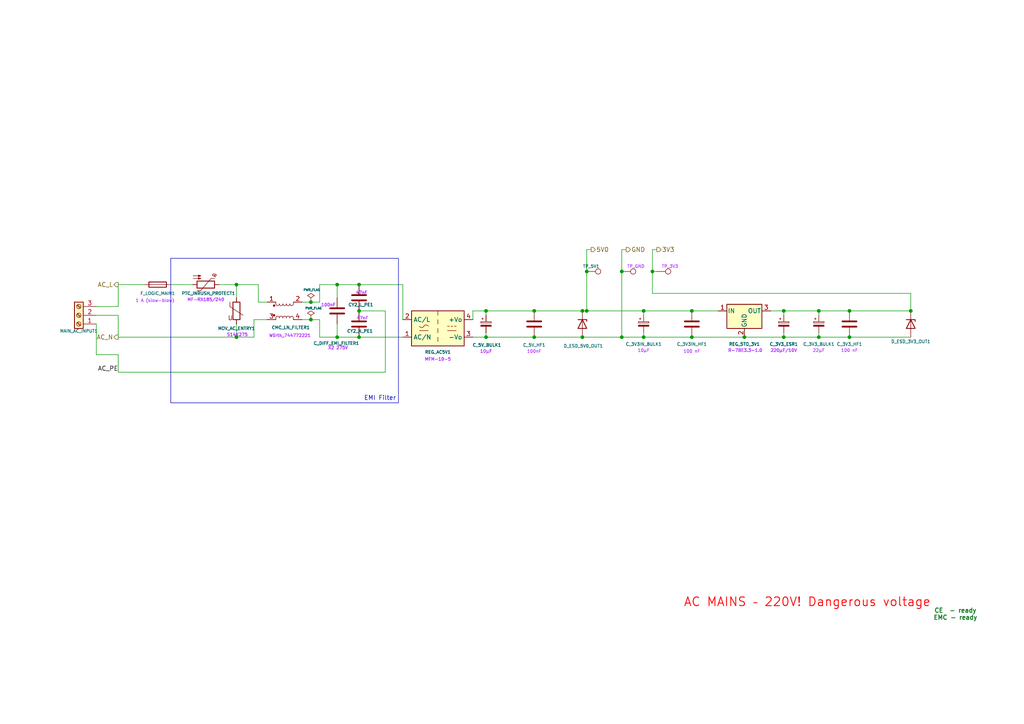
<source format=kicad_sch>
(kicad_sch (version 20250114) (generator "eeschema") (generator_version "9.0")
  (paper "A4")
  (title_block (title "AC Entry") (date "2025-06-27") (rev "1.0") (company "Nelees"))
  (lib_symbols
    (symbol "Connector:Screw_Terminal_01x03" (pin_names (offset 1.016) (hide yes))
      (property "Reference" "J" (at 0 5.08 0))
      (property "Value" "Screw_Terminal_01x03" (at 0 -5.08 0))
      (symbol "Screw_Terminal_01x03_1_1"
        (rectangle (start -1.27 3.81) (end 1.27 -3.81) (stroke (width 0.254)) (fill (type background)))
        (polyline (pts (xy -0.5334 2.8702) (xy 0.3302 2.032)) (stroke (width 0.1524)))
        (polyline (pts (xy -0.5334 0.3302) (xy 0.3302 -0.508)) (stroke (width 0.1524)))
        (polyline (pts (xy -0.5334 -2.2098) (xy 0.3302 -3.048)) (stroke (width 0.1524)))
        (polyline (pts (xy -0.3556 3.048) (xy 0.508 2.2098)) (stroke (width 0.1524)))
        (polyline (pts (xy -0.3556 0.508) (xy 0.508 -0.3302)) (stroke (width 0.1524)))
        (polyline (pts (xy -0.3556 -2.032) (xy 0.508 -2.8702)) (stroke (width 0.1524)))
        (circle (center 0 2.54) (radius 0.635) (stroke (width 0.1524)))
        (circle (center 0 0) (radius 0.635) (stroke (width 0.1524)))
        (circle (center 0 -2.54) (radius 0.635) (stroke (width 0.1524)))
        (pin passive line (at -5.08 2.54 0) (length 3.81) (name "Pin_1") (number "1"))
        (pin passive line (at -5.08 0 0) (length 3.81) (name "Pin_2") (number "2"))
        (pin passive line (at -5.08 -2.54 0) (length 3.81) (name "Pin_3") (number "3"))
      )
    )
    (symbol "Connector:TestPoint" (pin_numbers (hide yes)) (pin_names (offset 0.762) (hide yes))
      (property "Reference" "TP" (at 0 6.858 0))
      (property "Value" "TestPoint" (at 0 5.08 0))
      (symbol "TestPoint_0_1"
        (circle (center 0 3.302) (radius 0.762))
      )
      (symbol "TestPoint_1_1"
        (pin passive line (at 0 0 90) (length 2.54) (name "1") (number "1"))
      )
    )
    (symbol "Converter_ACDC:MFM-10-5"
      (property "Reference" "PS" (at 0 6.35 0))
      (property "Value" "MFM-10-5" (at 0 -6.35 0))
      (symbol "MFM-10-5_0_1"
        (rectangle (start -7.62 5.08) (end 7.62 -5.08) (stroke (width 0.254)) (fill (type background)))
        (polyline (pts (xy -5.334 -0.635) (xy -2.794 -0.635)))
        (arc (start -4.064 0.635) (mid -4.699 0.2495) (end -5.334 0.635))
        (arc (start -4.064 0.635) (mid -3.429 1.0072) (end -2.794 0.635))
        (polyline (pts (xy 0 5.08) (xy 0 3.81)))
        (polyline (pts (xy 0 2.54) (xy 0 1.27)))
        (polyline (pts (xy 0 0) (xy 0 -1.27)))
        (polyline (pts (xy 0 -2.54) (xy 0 -3.81)))
        (polyline (pts (xy 2.794 0.635) (xy 3.302 0.635)))
        (polyline (pts (xy 2.794 -0.635) (xy 5.334 -0.635)))
        (polyline (pts (xy 3.81 0.635) (xy 4.318 0.635)))
        (polyline (pts (xy 4.826 0.635) (xy 5.334 0.635)))
      )
      (symbol "MFM-10-5_1_1"
        (pin power_in line (at -10.16 2.54 0) (length 2.54) (name "AC/L") (number "2"))
        (pin power_in line (at -10.16 -2.54 0) (length 2.54) (name "AC/N") (number "1"))
        (pin power_out line (at 10.16 2.54 180) (length 2.54) (name "+Vo") (number "4"))
        (pin power_out line (at 10.16 -2.54 180) (length 2.54) (name "-Vo") (number "3"))
      )
    )
    (symbol "Device:C" (pin_numbers (hide yes)) (pin_names (offset 0.254))
      (property "Reference" "C" (at 0.635 2.54 0))
      (property "Value" "C" (at 0.635 -2.54 0))
      (symbol "C_0_1"
        (polyline (pts (xy -2.032 0.762) (xy 2.032 0.762)) (stroke (width 0.508)))
        (polyline (pts (xy -2.032 -0.762) (xy 2.032 -0.762)) (stroke (width 0.508)))
      )
      (symbol "C_1_1"
        (pin passive line (at 0 3.81 270) (length 2.794) (name "~") (number "1"))
        (pin passive line (at 0 -3.81 90) (length 2.794) (name "~") (number "2"))
      )
    )
    (symbol "Device:C_Polarized_Small" (pin_numbers (hide yes)) (pin_names (offset 0.254) (hide yes))
      (property "Reference" "C" (at 0.254 1.778 0))
      (property "Value" "C_Polarized_Small" (at 0.254 -2.032 0))
      (symbol "C_Polarized_Small_0_1"
        (rectangle (start -1.524 0.6858) (end 1.524 0.3048))
        (rectangle (start -1.524 -0.3048) (end 1.524 -0.6858) (fill (type outline)))
        (polyline (pts (xy -1.27 1.524) (xy -0.762 1.524)))
        (polyline (pts (xy -1.016 1.27) (xy -1.016 1.778)))
      )
      (symbol "C_Polarized_Small_1_1"
        (pin passive line (at 0 2.54 270) (length 1.8542) (name "~") (number "1"))
        (pin passive line (at 0 -2.54 90) (length 1.8542) (name "~") (number "2"))
      )
    )
    (symbol "Device:Fuse" (pin_numbers (hide yes)) (pin_names (offset 0))
      (property "Reference" "F" (at 2.032 0 90))
      (property "Value" "Fuse" (at -1.905 0 90))
      (symbol "Fuse_0_1"
        (rectangle (start -0.762 -2.54) (end 0.762 2.54) (stroke (width 0.254)))
        (polyline (pts (xy 0 2.54) (xy 0 -2.54)))
      )
      (symbol "Fuse_1_1"
        (pin passive line (at 0 3.81 270) (length 1.27) (name "~") (number "1"))
        (pin passive line (at 0 -3.81 90) (length 1.27) (name "~") (number "2"))
      )
    )
    (symbol "Device:L_Coupled" (pin_names (offset 0.254) (hide yes))
      (property "Reference" "L" (at 0 4.445 0))
      (property "Value" "L_Coupled" (at 0 -4.445 0))
      (symbol "L_Coupled_0_1"
        (circle (center -3.048 1.524) (radius 0.254) (fill (type outline)))
        (circle (center -3.048 -1.27) (radius 0.254) (fill (type outline)))
        (polyline (pts (xy -2.54 2.032) (xy -2.54 2.54)))
        (polyline (pts (xy -2.54 -2.032) (xy -2.54 -2.54)))
        (arc (start -1.524 2.032) (mid -2.032 1.5262) (end -2.54 2.032))
        (arc (start -2.54 -2.032) (mid -2.032 -1.5262) (end -1.524 -2.032))
        (arc (start -0.508 2.032) (mid -1.016 1.5262) (end -1.524 2.032))
        (arc (start -1.524 -2.032) (mid -1.016 -1.5262) (end -0.508 -2.032))
        (arc (start 0.508 2.032) (mid 0 1.5262) (end -0.508 2.032))
        (arc (start -0.508 -2.032) (mid 0 -1.5262) (end 0.508 -2.032))
        (arc (start 1.524 2.032) (mid 1.016 1.5262) (end 0.508 2.032))
        (arc (start 0.508 -2.032) (mid 1.016 -1.5262) (end 1.524 -2.032))
        (arc (start 2.54 2.032) (mid 2.032 1.5262) (end 1.524 2.032))
        (arc (start 1.524 -2.032) (mid 2.032 -1.5262) (end 2.54 -2.032))
        (polyline (pts (xy 2.54 2.54) (xy 2.54 2.032)))
        (polyline (pts (xy 2.54 -2.032) (xy 2.54 -2.54)))
      )
      (symbol "L_Coupled_1_1"
        (pin passive line (at -5.08 2.54 0) (length 2.54) (name "1") (number "1"))
        (pin passive line (at -5.08 -2.54 0) (length 2.54) (name "3") (number "3"))
        (pin passive line (at 5.08 2.54 180) (length 2.54) (name "2") (number "2"))
        (pin passive line (at 5.08 -2.54 180) (length 2.54) (name "4") (number "4"))
      )
    )
    (symbol "Device:Thermistor_PTC" (pin_numbers (hide yes)) (pin_names (offset 0))
      (property "Reference" "TH" (at -4.064 0 90))
      (property "Value" "Thermistor_PTC" (at 3.048 0 90))
      (symbol "Thermistor_PTC_0_1"
        (arc (start -3.175 2.413) (mid -3.0506 2.3165) (end -3.048 2.159))
        (arc (start -3.048 2.794) (mid -2.9736 2.9736) (end -2.794 3.048))
        (arc (start -2.794 3.048) (mid -2.6144 2.9736) (end -2.54 2.794))
        (arc (start -2.794 2.54) (mid -2.9736 2.6144) (end -3.048 2.794))
        (arc (start -2.794 1.905) (mid -2.9736 1.9794) (end -3.048 2.159))
        (arc (start -2.54 2.159) (mid -2.6144 1.9794) (end -2.794 1.905))
        (arc (start -2.159 2.794) (mid -2.434 2.5608) (end -2.794 2.54))
        (polyline (pts (xy -2.54 2.159) (xy -2.54 2.794)))
        (polyline (pts (xy -2.54 -3.683) (xy -2.54 -1.397) (xy -2.794 -2.159) (xy -2.286 -2.159) (xy -2.54 -1.397) (xy -2.54 -1.651)) (fill (type outline)))
        (polyline (pts (xy -1.778 2.54) (xy -1.778 1.524) (xy 1.778 -1.524) (xy 1.778 -2.54)))
        (polyline (pts (xy -1.778 -3.683) (xy -1.778 -1.397) (xy -2.032 -2.159) (xy -1.524 -2.159) (xy -1.778 -1.397) (xy -1.778 -1.651)) (fill (type outline)))
        (rectangle (start -1.016 2.54) (end 1.016 -2.54) (stroke (width 0.254)))
      )
      (symbol "Thermistor_PTC_1_1"
        (pin passive line (at 0 3.81 270) (length 1.27) (name "~") (number "1"))
        (pin passive line (at 0 -3.81 90) (length 1.27) (name "~") (number "2"))
      )
    )
    (symbol "Device:Varistor" (pin_numbers (hide yes)) (pin_names (offset 0))
      (property "Reference" "RV" (at 3.175 0 90))
      (property "Value" "Varistor" (at -3.175 0 90))
      (symbol "Varistor_0_0"
        (text "U" (at -1.778 -2.032 0) (effects (font (size 1.27 1.27))))
      )
      (symbol "Varistor_0_1"
        (polyline (pts (xy -1.905 2.54) (xy -1.905 1.27) (xy 1.905 -1.27)))
        (rectangle (start -1.016 -2.54) (end 1.016 2.54) (stroke (width 0.254)))
      )
      (symbol "Varistor_1_1"
        (pin passive line (at 0 3.81 270) (length 1.27) (name "~") (number "1"))
        (pin passive line (at 0 -3.81 90) (length 1.27) (name "~") (number "2"))
      )
    )
    (symbol "Diode:ESD5Zxx" (pin_numbers (hide yes)) (pin_names (hide yes))
      (property "Reference" "D" (at 0 2.54 0))
      (property "Value" "ESD5Zxx" (at 0 -2.54 0))
      (symbol "ESD5Zxx_0_1"
        (polyline (pts (xy -1.27 -1.27) (xy -1.27 1.27) (xy -0.762 1.27)) (stroke (width 0.254)))
        (polyline (pts (xy 1.27 0) (xy -1.27 0)))
        (polyline (pts (xy 1.27 -1.27) (xy 1.27 1.27) (xy -1.27 0) (xy 1.27 -1.27)) (stroke (width 0.254)))
      )
      (symbol "ESD5Zxx_1_1"
        (pin passive line (at -3.81 0 0) (length 2.54) (name "K") (number "1"))
        (pin passive line (at 3.81 0 180) (length 2.54) (name "A") (number "2"))
      )
    )
    (symbol "Regulator_Switching:R-78E3.3-1.0" (pin_names (offset 0.254))
      (property "Reference" "U" (at -3.81 3.175 0))
      (property "Value" "R-78E3.3-1.0" (at 0 3.175 0))
      (symbol "R-78E3.3-1.0_0_1"
        (rectangle (start -5.08 1.905) (end 5.08 -5.08) (stroke (width 0.254)) (fill (type background)))
      )
      (symbol "R-78E3.3-1.0_1_1"
        (pin power_in line (at -7.62 0 0) (length 2.54) (name "IN") (number "1"))
        (pin power_in line (at 0 -7.62 90) (length 2.54) (name "GND") (number "2"))
        (pin power_out line (at 7.62 0 180) (length 2.54) (name "OUT") (number "3"))
      )
    )
    (symbol "power:PWR_FLAG" (power) (pin_numbers (hide yes)) (pin_names (offset 0) (hide yes))
      (property "Value" "PWR_FLAG" (at 0 3.81 0))
      (symbol "PWR_FLAG_0_0"
        (pin power_out line (at 0 0 90) (length 0) (name "~") (number "1"))
      )
      (symbol "PWR_FLAG_0_1"
        (polyline (pts (xy 0 0) (xy 0 1.27) (xy -1.016 1.905) (xy 0 2.54) (xy 1.016 1.905) (xy 0 1.27)))
      )
    )
  )
  (rectangle (start 49.53 74.93) (end 115.57 116.84))
  (text "EMI Filter" (at 110.236 115.57 0) (effects (font (size 1.27 1.27))))
  (text "CE  - ready\nEMC - ready" (at 277.114 178.308 0) (effects (font (size 1.27 1.27) (thickness 0.254) (bold yes))))
  (text " AC MAINS – 220V! Dangerous voltage" (at 233.172 174.752 0) (effects (font (size 2.54 2.54) (thickness 0.254) (bold yes))))
  (junction (at 68.58 97.79))
  (junction (at 186.69 97.79))
  (junction (at 168.91 90.17))
  (junction (at 227.33 90.17))
  (junction (at 104.14 90.17))
  (junction (at 68.58 82.55))
  (junction (at 186.69 90.17))
  (junction (at 90.17 87.63))
  (junction (at 104.14 82.55))
  (junction (at 154.94 90.17))
  (junction (at 264.16 90.17))
  (junction (at 227.33 97.79))
  (junction (at 237.49 97.79))
  (junction (at 97.79 82.55))
  (junction (at 180.34 97.79))
  (junction (at 180.34 78.74))
  (junction (at 140.97 90.17))
  (junction (at 215.9 97.79))
  (junction (at 189.23 78.74))
  (junction (at 246.38 97.79))
  (junction (at 154.94 97.79))
  (junction (at 97.79 97.79))
  (junction (at 170.18 90.17))
  (junction (at 246.38 90.17))
  (junction (at 168.91 97.79))
  (junction (at 104.14 97.79))
  (junction (at 140.97 97.79))
  (junction (at 90.17 92.71))
  (junction (at 200.66 90.17))
  (junction (at 237.49 90.17))
  (junction (at 170.18 78.74))
  (junction (at 200.66 97.79))
  (wire (pts (xy 186.69 90.17) (xy 200.66 90.17)))
  (wire (pts (xy 189.23 78.74) (xy 189.23 85.09)))
  (wire (pts (xy 223.52 90.17) (xy 227.33 90.17)))
  (wire (pts (xy 104.14 90.17) (xy 111.76 90.17)))
  (wire (pts (xy 34.29 88.9) (xy 34.29 82.55)))
  (wire (pts (xy 180.34 72.39) (xy 180.34 78.74)))
  (wire (pts (xy 170.18 72.39) (xy 170.18 78.74)))
  (wire (pts (xy 73.66 97.79) (xy 68.58 97.79)))
  (wire (pts (xy 140.97 90.17) (xy 154.94 90.17)))
  (wire (pts (xy 189.23 72.39) (xy 190.5 72.39)))
  (wire (pts (xy 97.79 82.55) (xy 97.79 86.36)))
  (wire (pts (xy 34.29 107.95) (xy 111.76 107.95)))
  (wire (pts (xy 27.94 93.98) (xy 27.94 102.87)))
  (wire (pts (xy 74.93 82.55) (xy 68.58 82.55)))
  (wire (pts (xy 171.45 72.39) (xy 170.18 72.39)))
  (wire (pts (xy 227.33 96.52) (xy 227.33 97.79)))
  (wire (pts (xy 246.38 97.79) (xy 264.16 97.79)))
  (wire (pts (xy 186.69 97.79) (xy 200.66 97.79)))
  (wire (pts (xy 34.29 102.87) (xy 34.29 107.95)))
  (wire (pts (xy 116.84 92.71) (xy 116.84 82.55)))
  (wire (pts (xy 90.17 92.71) (xy 92.71 92.71)))
  (wire (pts (xy 227.33 90.17) (xy 237.49 90.17)))
  (wire (pts (xy 104.14 97.79) (xy 116.84 97.79)))
  (wire (pts (xy 227.33 97.79) (xy 237.49 97.79)))
  (wire (pts (xy 68.58 93.98) (xy 68.58 97.79)))
  (wire (pts (xy 215.9 97.79) (xy 227.33 97.79)))
  (wire (pts (xy 181.61 72.39) (xy 180.34 72.39)))
  (wire (pts (xy 97.79 97.79) (xy 97.79 93.98)))
  (wire (pts (xy 27.94 91.44) (xy 34.29 91.44)))
  (wire (pts (xy 246.38 90.17) (xy 264.16 90.17)))
  (wire (pts (xy 92.71 82.55) (xy 97.79 82.55)))
  (wire (pts (xy 170.18 78.74) (xy 170.18 90.17)))
  (wire (pts (xy 77.47 87.63) (xy 74.93 87.63)))
  (wire (pts (xy 92.71 82.55) (xy 92.71 87.63)))
  (wire (pts (xy 154.94 90.17) (xy 168.91 90.17)))
  (wire (pts (xy 189.23 85.09) (xy 264.16 85.09)))
  (wire (pts (xy 140.97 97.79) (xy 154.94 97.79)))
  (wire (pts (xy 34.29 82.55) (xy 41.91 82.55)))
  (wire (pts (xy 189.23 78.74) (xy 189.23 72.39)))
  (wire (pts (xy 97.79 82.55) (xy 104.14 82.55)))
  (wire (pts (xy 90.17 87.63) (xy 92.71 87.63)))
  (wire (pts (xy 111.76 90.17) (xy 111.76 107.95)))
  (wire (pts (xy 189.23 78.74) (xy 190.5 78.74)))
  (wire (pts (xy 237.49 91.44) (xy 237.49 90.17)))
  (wire (pts (xy 137.16 90.17) (xy 137.16 92.71)))
  (wire (pts (xy 27.94 102.87) (xy 34.29 102.87)))
  (wire (pts (xy 186.69 96.52) (xy 186.69 97.79)))
  (wire (pts (xy 87.63 92.71) (xy 90.17 92.71)))
  (wire (pts (xy 237.49 97.79) (xy 246.38 97.79)))
  (wire (pts (xy 168.91 90.17) (xy 170.18 90.17)))
  (wire (pts (xy 264.16 85.09) (xy 264.16 90.17)))
  (wire (pts (xy 200.66 97.79) (xy 215.9 97.79)))
  (wire (pts (xy 73.66 92.71) (xy 77.47 92.71)))
  (wire (pts (xy 55.88 82.55) (xy 49.53 82.55)))
  (wire (pts (xy 200.66 90.17) (xy 208.28 90.17)))
  (wire (pts (xy 34.29 91.44) (xy 34.29 97.79)))
  (wire (pts (xy 68.58 97.79) (xy 34.29 97.79)))
  (wire (pts (xy 237.49 90.17) (xy 246.38 90.17)))
  (wire (pts (xy 27.94 88.9) (xy 34.29 88.9)))
  (wire (pts (xy 168.91 97.79) (xy 180.34 97.79)))
  (wire (pts (xy 68.58 82.55) (xy 63.5 82.55)))
  (wire (pts (xy 97.79 97.79) (xy 104.14 97.79)))
  (wire (pts (xy 154.94 97.79) (xy 168.91 97.79)))
  (wire (pts (xy 74.93 87.63) (xy 74.93 82.55)))
  (wire (pts (xy 92.71 97.79) (xy 97.79 97.79)))
  (wire (pts (xy 87.63 87.63) (xy 90.17 87.63)))
  (wire (pts (xy 237.49 96.52) (xy 237.49 97.79)))
  (wire (pts (xy 137.16 90.17) (xy 140.97 90.17)))
  (wire (pts (xy 180.34 97.79) (xy 186.69 97.79)))
  (wire (pts (xy 68.58 82.55) (xy 68.58 86.36)))
  (wire (pts (xy 73.66 92.71) (xy 73.66 97.79)))
  (wire (pts (xy 92.71 92.71) (xy 92.71 97.79)))
  (wire (pts (xy 227.33 91.44) (xy 227.33 90.17)))
  (wire (pts (xy 180.34 78.74) (xy 180.34 97.79)))
  (wire (pts (xy 186.69 91.44) (xy 186.69 90.17)))
  (wire (pts (xy 104.14 82.55) (xy 116.84 82.55)))
  (wire (pts (xy 140.97 91.44) (xy 140.97 90.17)))
  (wire (pts (xy 170.18 90.17) (xy 186.69 90.17)))
  (wire (pts (xy 140.97 96.52) (xy 140.97 97.79)))
  (wire (pts (xy 137.16 97.79) (xy 140.97 97.79)))
  (label "AC_PE" (at 34.29 107.95 180))
  (hierarchical_label "5V0" (shape output) (at 171.45 72.39 0))
  (hierarchical_label "­AC_L" (shape output) (at 34.29 82.55 180))
  (hierarchical_label "GND" (shape output) (at 181.61 72.39 0))
  (hierarchical_label "3V3" (shape output) (at 190.5 72.39 0))
  (hierarchical_label "AC_N" (shape output) (at 34.29 97.79 180))
  (symbol (lib_id "Device:Fuse") (at 45.72 82.55 90) (unit 1)
    (property "Reference" "F_LOGIC_MAIN1" (at 45.72 85.09 90) (effects (font (size 0.889 0.889))))
    (property "Value" "1 A (slow-blow)" (at 44.958 87.122 90) (effects (font (size 0.889 0.889))))
    (property "Description" "Fuse" (effects (hide yes)))
  )
  (symbol (lib_id "Diode:ESD5Zxx") (at 168.91 93.98 270) (unit 1)
    (property "Reference" "D_ESD_5V0_OUT1" (at 169.164 100.33 90) (effects (font (size 0.889 0.889))))
    (property "Value" "D_ESD_5V0_OUT" (effects (hide yes)))
    (property "Footprint" "Diode_SMD:D_SOD-523" (effects (hide yes)))
    (property "Datasheet" "https://www.onsemi.com/pdf/datasheet/esd5z2.5t1-d.pdf" (effects (hide yes)))
    (property "Description" "ESD Protection Diode, SOD-523" (effects (hide yes)))
  )
  (symbol (lib_id "Device:L_Coupled") (at 82.55 90.17 0) (unit 1)
    (property "Reference" "CMC_LN_FILTER1" (at 84.328 94.996 0) (effects (font (size 0.889 0.889))))
    (property "Value" "Würth_744772221" (at 84.074 97.282 0) (effects (font (size 0.889 0.889))))
    (property "Footprint" "Inductor_SMD:L_Wuerth_WE-DD-Typ-L-Typ-XL-Typ-XXL" (effects (hide yes)))
    (property "Description" "Coupled inductor" (effects (hide yes)))
  )
  (symbol (lib_id "Converter_ACDC:MFM-10-5") (at 127 95.25 0) (unit 1)
    (property "Reference" "REG_AC5V1" (at 127 102.108 0) (effects (font (size 0.889 0.889))))
    (property "Value" "MFM-10-5" (at 127 104.14 0) (effects (font (size 0.889 0.889))))
    (property "Footprint" "Converter_ACDC:Converter_ACDC_MeanWell_MFM-10-xx_THT" (effects (hide yes)))
    (property "Datasheet" "https://www.meanwell-web.com/content/files/pdfs/productPdfs/MW/MFM-10/MFM-10-spec.pdf" (effects (hide yes)))
    (property "Description" "Meanwell AC/DC converter, 80-264VAC, output 5V, 10 watts" (effects (hide yes)))
  )
  (symbol (lib_id "Device:C") (at 200.66 93.98 0) (unit 1)
    (property "Reference" "C_3V3IN_HF1" (at 200.66 99.822 0) (effects (font (size 0.889 0.889))))
    (property "Value" "100 nF" (at 200.66 101.854 0) (effects (font (size 0.889 0.889))))
    (property "Description" "Unpolarized capacitor" (effects (hide yes)))
  )
  (symbol (lib_id "power:PWR_FLAG") (at 90.17 92.71 0) (unit 1)
    (property "Reference" "#FLG02" (effects (hide yes)))
    (property "Value" "PWR_FLAG" (at 90.932 89.408 0) (effects (font (size 0.635 0.635))))
    (property "Description" "Special symbol for telling ERC where power comes from" (effects (hide yes)))
  )
  (symbol (lib_id "Device:C") (at 104.14 86.36 0) (unit 1)
    (property "Reference" "CY2_L_PE1" (at 104.648 88.392 0) (effects (font (size 0.889 0.889))))
    (property "Value" "47 nF" (at 104.902 84.836 0) (effects (font (size 0.889 0.889))))
    (property "Description" "Y2" (effects (hide yes)))
  )
  (symbol (lib_id "Regulator_Switching:R-78E3.3-1.0") (at 215.9 90.17 0) (unit 1)
    (property "Reference" "REG_5TO_3V1" (at 215.9 99.822 0) (effects (font (size 0.889 0.889))))
    (property "Value" "R-78E3.3-1.0" (at 216.154 101.6 0) (effects (font (size 0.889 0.889))))
    (property "Footprint" "Converter_DCDC:Converter_DCDC_RECOM_R-78E-0.5_THT" (effects (hide yes)))
    (property "Datasheet" "https://www.recom-power.com/pdf/Innoline/R-78Exx-1.0.pdf" (effects (hide yes)))
    (property "Description" "1A Step-Down DC/DC-Regulator, 6-28V input, 3.3V fixed Output Voltage, LM78xx replacement, -40°C to +85°C, SIP3" (effects (hide yes)))
  )
  (symbol (lib_id "Connector:TestPoint") (at 170.18 78.74 270) (unit 1)
    (property "Reference" "TP_5V1" (at 171.45 77.216 90) (effects (font (size 0.889 0.889))))
    (property "Value" "TP_5V0" (effects (hide yes)))
    (property "Footprint" "TestPoint:TestPoint_Pad_1.0x1.0mm" (effects (hide yes)))
    (property "Description" "test point" (effects (hide yes)))
  )
  (symbol (lib_id "Connector:TestPoint") (at 190.5 78.74 270) (unit 1)
    (property "Reference" "TP2" (effects (hide yes)))
    (property "Value" "TP_3V3" (at 194.31 77.216 90) (effects (font (size 0.889 0.889))))
    (property "Footprint" "TestPoint:TestPoint_Pad_1.0x1.0mm" (effects (hide yes)))
    (property "Description" "test point" (effects (hide yes)))
  )
  (symbol (lib_id "power:PWR_FLAG") (at 90.17 87.63 0) (unit 1)
    (property "Reference" "#FLG01" (effects (hide yes)))
    (property "Value" "PWR_FLAG" (at 90.424 84.074 0) (effects (font (size 0.635 0.635))))
    (property "Description" "Special symbol for telling ERC where power comes from" (effects (hide yes)))
  )
  (symbol (lib_id "Device:C") (at 104.14 93.98 0) (unit 1)
    (property "Reference" "CY2_N_PE1" (at 104.394 96.012 0) (effects (font (size 0.889 0.889))))
    (property "Value" "47 nF" (at 105.156 92.202 0) (effects (font (size 0.889 0.889))))
    (property "Description" "Y2" (effects (hide yes)))
  )
  (symbol (lib_id "Device:C_Polarized_Small") (at 186.69 93.98 0) (unit 1)
    (property "Reference" "C_3V3IN_BULK1" (at 186.69 99.822 0) (effects (font (size 0.889 0.889))))
    (property "Value" "10µF" (at 186.69 101.6 0) (effects (font (size 0.889 0.889))))
    (property "Description" "Polarized capacitor, small symbol" (effects (hide yes)))
  )
  (symbol (lib_id "Connector:TestPoint") (at 180.34 78.74 270) (unit 1)
    (property "Reference" "TP1" (effects (hide yes)))
    (property "Value" "TP_GND" (at 184.404 77.216 90) (effects (font (size 0.889 0.889))))
    (property "Footprint" "TestPoint:TestPoint_Pad_1.0x1.0mm" (effects (hide yes)))
    (property "Description" "test point" (effects (hide yes)))
  )
  (symbol (lib_id "Device:C") (at 97.79 90.17 0) (unit 1)
    (property "Reference" "C_DIFF_EMI_FILTER1" (at 97.536 99.568 0) (effects (font (size 0.889 0.889))))
    (property "Value" "100nF" (at 95.25 88.392 0) (effects (font (size 0.889 0.889))))
    (property "Description" "X2 275V" (at 98.044 100.838 0) (effects (font (size 0.889 0.889))))
  )
  (symbol (lib_id "Connector:Screw_Terminal_01x03") (at 22.86 91.44 180) (unit 1)
    (property "Reference" "MAIN_AC_INPUT1" (at 22.86 96.012 0) (effects (font (size 0.889 0.889))))
    (property "Value" "Screw_Terminal_01x03" (effects (hide yes)))
    (property "Description" "Generic screw terminal, single row, 01x03, script generated (kicad-library-utils/schlib/autogen/connector/)" (effects (hide yes)))
  )
  (symbol (lib_id "Diode:ESD5Zxx") (at 264.16 93.98 270) (unit 1)
    (property "Reference" "D_ESD_3V3_OUT1" (at 264.16 99.06 90) (effects (font (size 0.889 0.889))))
    (property "Value" "ESD5Z3.3" (effects (hide yes)))
    (property "Footprint" "Diode_SMD:D_SOD-523" (effects (hide yes)))
    (property "Datasheet" "https://www.onsemi.com/pdf/datasheet/esd5z2.5t1-d.pdf" (effects (hide yes)))
    (property "Description" "ESD Protection Diode, SOD-523" (effects (hide yes)))
  )
  (symbol (lib_id "Device:C_Polarized_Small") (at 227.33 93.98 0) (unit 1)
    (property "Reference" "C_3V3_ESR1" (at 227.33 99.822 0) (effects (font (size 0.889 0.889))))
    (property "Value" "220µF/10V" (at 227.33 101.6 0) (effects (font (size 0.889 0.889))))
    (property "Description" "Polarized capacitor, small symbol" (effects (hide yes)))
  )
  (symbol (lib_id "Device:C_Polarized_Small") (at 140.97 93.98 0) (unit 1)
    (property "Reference" "C_5V_BULK1" (at 141.224 100.076 0) (effects (font (size 0.889 0.889))))
    (property "Value" "10µF" (at 140.97 101.854 0) (effects (font (size 0.889 0.889))))
    (property "Description" "Polarized capacitor, small symbol" (effects (hide yes)))
  )
  (symbol (lib_id "Device:Thermistor_PTC") (at 59.69 82.55 270) (unit 1)
    (property "Reference" "PTC_INRUSH_PROTECT1" (at 60.452 85.09 90) (effects (font (size 0.889 0.889))))
    (property "Value" "MF-RX185/240" (at 59.69 86.868 90) (effects (font (size 0.889 0.889))))
    (property "Description" "Temperature dependent resistor, positive temperature coefficient" (effects (hide yes)))
  )
  (symbol (lib_id "Device:C") (at 154.94 93.98 0) (unit 1)
    (property "Reference" "C_5V_HF1" (at 154.94 100.076 0) (effects (font (size 0.889 0.889))))
    (property "Value" "100nF" (at 154.94 101.854 0) (effects (font (size 0.889 0.889))))
    (property "Description" "Unpolarized capacitor" (effects (hide yes)))
  )
  (symbol (lib_id "Device:Varistor") (at 68.58 90.17 0) (unit 1)
    (property "Reference" "MOV_AC_ENTRY1" (at 68.58 95.25 0) (effects (font (size 0.889 0.889))))
    (property "Value" "S14K275" (at 68.834 97.028 0) (effects (font (size 0.889 0.889))))
    (property "Description" "Voltage dependent resistor" (effects (hide yes)))
    (property "Sim.Name" "kicad_builtin_varistor" (effects (hide yes)))
    (property "Sim.Device" "SUBCKT" (effects (hide yes)))
    (property "Sim.Pins" "1=A 2=B" (effects (hide yes)))
    (property "Sim.Params" "threshold=1k" (effects (hide yes)))
    (property "Sim.Library" "${KICAD9_SYMBOL_DIR}/Simulation_SPICE.sp" (effects (hide yes)))
  )
  (symbol (lib_id "Device:C") (at 246.38 93.98 0) (unit 1)
    (property "Reference" "C_3V3_HF1" (at 246.38 99.822 0) (effects (font (size 0.889 0.889))))
    (property "Value" "100 nF" (at 246.38 101.6 0) (effects (font (size 0.889 0.889))))
    (property "Description" "Unpolarized capacitor" (effects (hide yes)))
  )
  (symbol (lib_id "Device:C_Polarized_Small") (at 237.49 93.98 0) (unit 1)
    (property "Reference" "C_3V3_BULK1" (at 237.49 99.822 0) (effects (font (size 0.889 0.889))))
    (property "Value" "22µF" (at 237.49 101.6 0) (effects (font (size 0.889 0.889))))
    (property "Description" "Polarized capacitor, small symbol" (effects (hide yes)))
  )
)
</source>
